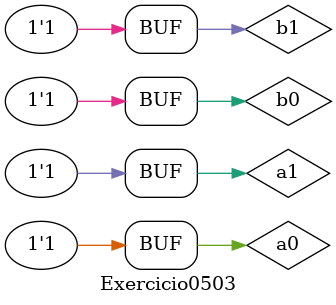
<source format=v>

module full_adder (a, b, cin, s, co);
 input a, b, cin;
 output s, co;
 wire t1, t2, t3;
 
 xor #3 xor_1 (s, a, b, cin);
 
 and #2 and_1 (t1, a, b),
        and_2 (t2, a, cin),
		  and_3 (t3, b, cin);
		  
 or #(2,3) or_1 (co, t1, t2, t3);
 
 endmodule //full_adder

module andgate (s, p, q);
 output s;
 input  p, q;

 assign s = p & q;

endmodule // andgate

module multiple (a0, a1, b0, b1, m0, m1, m2, m3);
input a0, a1, b1, b0;
output m0, m1, m2, m3;
wire t1, t2, t3;

and #1 and_1 (t1, a1, b1),
        and_2 (t2, a1, b0),
		  and_3 (t3, a0, b1),
		  and_4 (mo, a0, b0);
		  
full_adder fa_0 (m2, m3, cin, t1, co);
full_adder fa_1 (co, m1, cin, t2, t3);
endmodule //multiple

// ---------------------
// -- exercicio 05_03
// ---------------------
module Exercicio0503;
reg a0, a1, b1, b0;
wire m0, m1, m2, m3;

multiple  m_1 (a0, a1, b0, b1, m0, m1, m2, m3);


          // parte principal
 initial begin: start
      a0=0; a1=0; b1=0; b0=0; 
      $display("Guia 05_03 - Luiz Felipe Fonseca - 405817");
      $display("");
      $display("\na0 & a1 & b1 & b0 = m0 m1 m2 m3");
      $monitor("%b | %b | %b | %b = %b", a0, a1, b1, b0, m0, m1, m2, m3);
  #1  a0=0; a1=0; b1=0; b0=0; 
  #1  a0=1; a1=0; b1=1; b0=0; 
  #1  a0=1; a1=1; b1=1; b0=1; 
 end

endmodule // Exercicio0503
</source>
